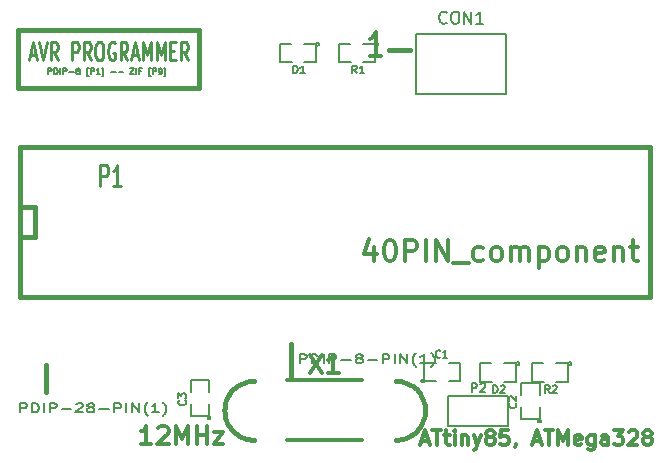
<source format=gto>
G04 (created by PCBNEW-RS274X (2012-01-18 BZR 3371)-testing) date Fri 30 Mar 2012 10:13:31 PM EDT*
G01*
G70*
G90*
%MOIN*%
G04 Gerber Fmt 3.4, Leading zero omitted, Abs format*
%FSLAX34Y34*%
G04 APERTURE LIST*
%ADD10C,0.006000*%
%ADD11C,0.007500*%
%ADD12C,0.015000*%
%ADD13C,0.012000*%
%ADD14C,0.005000*%
%ADD15C,0.010000*%
%ADD16C,0.008000*%
%ADD17C,0.012500*%
%ADD18C,0.011300*%
G04 APERTURE END LIST*
G54D10*
G54D11*
X25552Y-36811D02*
X25552Y-36511D01*
X25705Y-36511D01*
X25743Y-36526D01*
X25762Y-36540D01*
X25781Y-36569D01*
X25781Y-36611D01*
X25762Y-36640D01*
X25743Y-36654D01*
X25705Y-36669D01*
X25552Y-36669D01*
X25952Y-36811D02*
X25952Y-36511D01*
X26047Y-36511D01*
X26105Y-36526D01*
X26143Y-36554D01*
X26162Y-36583D01*
X26181Y-36640D01*
X26181Y-36683D01*
X26162Y-36740D01*
X26143Y-36769D01*
X26105Y-36797D01*
X26047Y-36811D01*
X25952Y-36811D01*
X26352Y-36811D02*
X26352Y-36511D01*
X26542Y-36811D02*
X26542Y-36511D01*
X26695Y-36511D01*
X26733Y-36526D01*
X26752Y-36540D01*
X26771Y-36569D01*
X26771Y-36611D01*
X26752Y-36640D01*
X26733Y-36654D01*
X26695Y-36669D01*
X26542Y-36669D01*
X26942Y-36697D02*
X27247Y-36697D01*
X27418Y-36540D02*
X27437Y-36526D01*
X27475Y-36511D01*
X27571Y-36511D01*
X27609Y-36526D01*
X27628Y-36540D01*
X27647Y-36569D01*
X27647Y-36597D01*
X27628Y-36640D01*
X27399Y-36811D01*
X27647Y-36811D01*
X27875Y-36640D02*
X27837Y-36626D01*
X27818Y-36611D01*
X27799Y-36583D01*
X27799Y-36569D01*
X27818Y-36540D01*
X27837Y-36526D01*
X27875Y-36511D01*
X27952Y-36511D01*
X27990Y-36526D01*
X28009Y-36540D01*
X28028Y-36569D01*
X28028Y-36583D01*
X28009Y-36611D01*
X27990Y-36626D01*
X27952Y-36640D01*
X27875Y-36640D01*
X27837Y-36654D01*
X27818Y-36669D01*
X27799Y-36697D01*
X27799Y-36754D01*
X27818Y-36783D01*
X27837Y-36797D01*
X27875Y-36811D01*
X27952Y-36811D01*
X27990Y-36797D01*
X28009Y-36783D01*
X28028Y-36754D01*
X28028Y-36697D01*
X28009Y-36669D01*
X27990Y-36654D01*
X27952Y-36640D01*
X28199Y-36697D02*
X28504Y-36697D01*
X28694Y-36811D02*
X28694Y-36511D01*
X28847Y-36511D01*
X28885Y-36526D01*
X28904Y-36540D01*
X28923Y-36569D01*
X28923Y-36611D01*
X28904Y-36640D01*
X28885Y-36654D01*
X28847Y-36669D01*
X28694Y-36669D01*
X29094Y-36811D02*
X29094Y-36511D01*
X29284Y-36811D02*
X29284Y-36511D01*
X29513Y-36811D01*
X29513Y-36511D01*
X29818Y-36926D02*
X29798Y-36911D01*
X29760Y-36869D01*
X29741Y-36840D01*
X29722Y-36797D01*
X29703Y-36726D01*
X29703Y-36669D01*
X29722Y-36597D01*
X29741Y-36554D01*
X29760Y-36526D01*
X29798Y-36483D01*
X29818Y-36469D01*
X30180Y-36811D02*
X29951Y-36811D01*
X30065Y-36811D02*
X30065Y-36511D01*
X30027Y-36554D01*
X29989Y-36583D01*
X29951Y-36597D01*
X30313Y-36926D02*
X30332Y-36911D01*
X30370Y-36869D01*
X30389Y-36840D01*
X30408Y-36797D01*
X30427Y-36726D01*
X30427Y-36669D01*
X30408Y-36597D01*
X30389Y-36554D01*
X30370Y-36526D01*
X30332Y-36483D01*
X30313Y-36469D01*
G54D12*
X26430Y-35230D02*
X26430Y-36120D01*
G54D13*
X38915Y-37760D02*
X39153Y-37760D01*
X38868Y-37902D02*
X39034Y-37402D01*
X39201Y-37902D01*
X39297Y-37402D02*
X39582Y-37402D01*
X39439Y-37902D02*
X39439Y-37402D01*
X39678Y-37569D02*
X39868Y-37569D01*
X39749Y-37402D02*
X39749Y-37831D01*
X39773Y-37879D01*
X39820Y-37902D01*
X39868Y-37902D01*
X40035Y-37902D02*
X40035Y-37569D01*
X40035Y-37402D02*
X40011Y-37426D01*
X40035Y-37450D01*
X40059Y-37426D01*
X40035Y-37402D01*
X40035Y-37450D01*
X40273Y-37569D02*
X40273Y-37902D01*
X40273Y-37617D02*
X40297Y-37593D01*
X40344Y-37569D01*
X40416Y-37569D01*
X40464Y-37593D01*
X40487Y-37640D01*
X40487Y-37902D01*
X40677Y-37569D02*
X40796Y-37902D01*
X40916Y-37569D02*
X40796Y-37902D01*
X40749Y-38021D01*
X40725Y-38045D01*
X40677Y-38069D01*
X41177Y-37617D02*
X41130Y-37593D01*
X41106Y-37569D01*
X41082Y-37521D01*
X41082Y-37498D01*
X41106Y-37450D01*
X41130Y-37426D01*
X41177Y-37402D01*
X41273Y-37402D01*
X41320Y-37426D01*
X41344Y-37450D01*
X41368Y-37498D01*
X41368Y-37521D01*
X41344Y-37569D01*
X41320Y-37593D01*
X41273Y-37617D01*
X41177Y-37617D01*
X41130Y-37640D01*
X41106Y-37664D01*
X41082Y-37712D01*
X41082Y-37807D01*
X41106Y-37855D01*
X41130Y-37879D01*
X41177Y-37902D01*
X41273Y-37902D01*
X41320Y-37879D01*
X41344Y-37855D01*
X41368Y-37807D01*
X41368Y-37712D01*
X41344Y-37664D01*
X41320Y-37640D01*
X41273Y-37617D01*
X41820Y-37402D02*
X41582Y-37402D01*
X41558Y-37640D01*
X41582Y-37617D01*
X41630Y-37593D01*
X41749Y-37593D01*
X41796Y-37617D01*
X41820Y-37640D01*
X41844Y-37688D01*
X41844Y-37807D01*
X41820Y-37855D01*
X41796Y-37879D01*
X41749Y-37902D01*
X41630Y-37902D01*
X41582Y-37879D01*
X41558Y-37855D01*
X42082Y-37879D02*
X42082Y-37902D01*
X42058Y-37950D01*
X42034Y-37974D01*
X42653Y-37760D02*
X42891Y-37760D01*
X42606Y-37902D02*
X42772Y-37402D01*
X42939Y-37902D01*
X43035Y-37402D02*
X43320Y-37402D01*
X43177Y-37902D02*
X43177Y-37402D01*
X43487Y-37902D02*
X43487Y-37402D01*
X43654Y-37760D01*
X43820Y-37402D01*
X43820Y-37902D01*
X44249Y-37879D02*
X44201Y-37902D01*
X44106Y-37902D01*
X44058Y-37879D01*
X44034Y-37831D01*
X44034Y-37640D01*
X44058Y-37593D01*
X44106Y-37569D01*
X44201Y-37569D01*
X44249Y-37593D01*
X44272Y-37640D01*
X44272Y-37688D01*
X44034Y-37736D01*
X44701Y-37569D02*
X44701Y-37974D01*
X44678Y-38021D01*
X44654Y-38045D01*
X44606Y-38069D01*
X44535Y-38069D01*
X44487Y-38045D01*
X44701Y-37879D02*
X44654Y-37902D01*
X44558Y-37902D01*
X44511Y-37879D01*
X44487Y-37855D01*
X44463Y-37807D01*
X44463Y-37664D01*
X44487Y-37617D01*
X44511Y-37593D01*
X44558Y-37569D01*
X44654Y-37569D01*
X44701Y-37593D01*
X45153Y-37902D02*
X45153Y-37640D01*
X45130Y-37593D01*
X45082Y-37569D01*
X44987Y-37569D01*
X44939Y-37593D01*
X45153Y-37879D02*
X45106Y-37902D01*
X44987Y-37902D01*
X44939Y-37879D01*
X44915Y-37831D01*
X44915Y-37783D01*
X44939Y-37736D01*
X44987Y-37712D01*
X45106Y-37712D01*
X45153Y-37688D01*
X45343Y-37402D02*
X45653Y-37402D01*
X45486Y-37593D01*
X45558Y-37593D01*
X45605Y-37617D01*
X45629Y-37640D01*
X45653Y-37688D01*
X45653Y-37807D01*
X45629Y-37855D01*
X45605Y-37879D01*
X45558Y-37902D01*
X45415Y-37902D01*
X45367Y-37879D01*
X45343Y-37855D01*
X45843Y-37450D02*
X45867Y-37426D01*
X45915Y-37402D01*
X46034Y-37402D01*
X46081Y-37426D01*
X46105Y-37450D01*
X46129Y-37498D01*
X46129Y-37545D01*
X46105Y-37617D01*
X45819Y-37902D01*
X46129Y-37902D01*
X46414Y-37617D02*
X46367Y-37593D01*
X46343Y-37569D01*
X46319Y-37521D01*
X46319Y-37498D01*
X46343Y-37450D01*
X46367Y-37426D01*
X46414Y-37402D01*
X46510Y-37402D01*
X46557Y-37426D01*
X46581Y-37450D01*
X46605Y-37498D01*
X46605Y-37521D01*
X46581Y-37569D01*
X46557Y-37593D01*
X46510Y-37617D01*
X46414Y-37617D01*
X46367Y-37640D01*
X46343Y-37664D01*
X46319Y-37712D01*
X46319Y-37807D01*
X46343Y-37855D01*
X46367Y-37879D01*
X46414Y-37902D01*
X46510Y-37902D01*
X46557Y-37879D01*
X46581Y-37855D01*
X46605Y-37807D01*
X46605Y-37712D01*
X46581Y-37664D01*
X46557Y-37640D01*
X46510Y-37617D01*
G54D12*
X37850Y-24730D02*
X38550Y-24730D01*
G54D11*
X34873Y-35171D02*
X34873Y-34871D01*
X35026Y-34871D01*
X35064Y-34886D01*
X35083Y-34900D01*
X35102Y-34929D01*
X35102Y-34971D01*
X35083Y-35000D01*
X35064Y-35014D01*
X35026Y-35029D01*
X34873Y-35029D01*
X35273Y-35171D02*
X35273Y-34871D01*
X35368Y-34871D01*
X35426Y-34886D01*
X35464Y-34914D01*
X35483Y-34943D01*
X35502Y-35000D01*
X35502Y-35043D01*
X35483Y-35100D01*
X35464Y-35129D01*
X35426Y-35157D01*
X35368Y-35171D01*
X35273Y-35171D01*
X35673Y-35171D02*
X35673Y-34871D01*
X35863Y-35171D02*
X35863Y-34871D01*
X36016Y-34871D01*
X36054Y-34886D01*
X36073Y-34900D01*
X36092Y-34929D01*
X36092Y-34971D01*
X36073Y-35000D01*
X36054Y-35014D01*
X36016Y-35029D01*
X35863Y-35029D01*
X36263Y-35057D02*
X36568Y-35057D01*
X36815Y-35000D02*
X36777Y-34986D01*
X36758Y-34971D01*
X36739Y-34943D01*
X36739Y-34929D01*
X36758Y-34900D01*
X36777Y-34886D01*
X36815Y-34871D01*
X36892Y-34871D01*
X36930Y-34886D01*
X36949Y-34900D01*
X36968Y-34929D01*
X36968Y-34943D01*
X36949Y-34971D01*
X36930Y-34986D01*
X36892Y-35000D01*
X36815Y-35000D01*
X36777Y-35014D01*
X36758Y-35029D01*
X36739Y-35057D01*
X36739Y-35114D01*
X36758Y-35143D01*
X36777Y-35157D01*
X36815Y-35171D01*
X36892Y-35171D01*
X36930Y-35157D01*
X36949Y-35143D01*
X36968Y-35114D01*
X36968Y-35057D01*
X36949Y-35029D01*
X36930Y-35014D01*
X36892Y-35000D01*
X37139Y-35057D02*
X37444Y-35057D01*
X37634Y-35171D02*
X37634Y-34871D01*
X37787Y-34871D01*
X37825Y-34886D01*
X37844Y-34900D01*
X37863Y-34929D01*
X37863Y-34971D01*
X37844Y-35000D01*
X37825Y-35014D01*
X37787Y-35029D01*
X37634Y-35029D01*
X38034Y-35171D02*
X38034Y-34871D01*
X38224Y-35171D02*
X38224Y-34871D01*
X38453Y-35171D01*
X38453Y-34871D01*
X38758Y-35286D02*
X38738Y-35271D01*
X38700Y-35229D01*
X38681Y-35200D01*
X38662Y-35157D01*
X38643Y-35086D01*
X38643Y-35029D01*
X38662Y-34957D01*
X38681Y-34914D01*
X38700Y-34886D01*
X38738Y-34843D01*
X38758Y-34829D01*
X39120Y-35171D02*
X38891Y-35171D01*
X39005Y-35171D02*
X39005Y-34871D01*
X38967Y-34914D01*
X38929Y-34943D01*
X38891Y-34957D01*
X39253Y-35286D02*
X39272Y-35271D01*
X39310Y-35229D01*
X39329Y-35200D01*
X39348Y-35157D01*
X39367Y-35086D01*
X39367Y-35029D01*
X39348Y-34957D01*
X39329Y-34914D01*
X39310Y-34886D01*
X39272Y-34843D01*
X39253Y-34829D01*
G54D12*
X34580Y-34540D02*
X34580Y-35650D01*
X25490Y-25990D02*
X25490Y-24080D01*
X31510Y-25990D02*
X25490Y-25990D01*
X31510Y-24080D02*
X31510Y-25990D01*
X25510Y-24080D02*
X31510Y-24080D01*
G54D14*
X26496Y-25541D02*
X26496Y-25341D01*
X26572Y-25341D01*
X26591Y-25350D01*
X26600Y-25360D01*
X26610Y-25379D01*
X26610Y-25408D01*
X26600Y-25427D01*
X26591Y-25436D01*
X26572Y-25446D01*
X26496Y-25446D01*
X26696Y-25541D02*
X26696Y-25341D01*
X26743Y-25341D01*
X26772Y-25350D01*
X26791Y-25370D01*
X26800Y-25389D01*
X26810Y-25427D01*
X26810Y-25455D01*
X26800Y-25493D01*
X26791Y-25512D01*
X26772Y-25531D01*
X26743Y-25541D01*
X26696Y-25541D01*
X26896Y-25541D02*
X26896Y-25341D01*
X26991Y-25541D02*
X26991Y-25341D01*
X27067Y-25341D01*
X27086Y-25350D01*
X27095Y-25360D01*
X27105Y-25379D01*
X27105Y-25408D01*
X27095Y-25427D01*
X27086Y-25436D01*
X27067Y-25446D01*
X26991Y-25446D01*
X27191Y-25465D02*
X27343Y-25465D01*
X27467Y-25427D02*
X27448Y-25417D01*
X27439Y-25408D01*
X27429Y-25389D01*
X27429Y-25379D01*
X27439Y-25360D01*
X27448Y-25350D01*
X27467Y-25341D01*
X27505Y-25341D01*
X27524Y-25350D01*
X27534Y-25360D01*
X27543Y-25379D01*
X27543Y-25389D01*
X27534Y-25408D01*
X27524Y-25417D01*
X27505Y-25427D01*
X27467Y-25427D01*
X27448Y-25436D01*
X27439Y-25446D01*
X27429Y-25465D01*
X27429Y-25503D01*
X27439Y-25522D01*
X27448Y-25531D01*
X27467Y-25541D01*
X27505Y-25541D01*
X27524Y-25531D01*
X27534Y-25522D01*
X27543Y-25503D01*
X27543Y-25465D01*
X27534Y-25446D01*
X27524Y-25436D01*
X27505Y-25427D01*
X27838Y-25608D02*
X27790Y-25608D01*
X27790Y-25322D01*
X27838Y-25322D01*
X27914Y-25541D02*
X27914Y-25341D01*
X27990Y-25341D01*
X28009Y-25350D01*
X28018Y-25360D01*
X28028Y-25379D01*
X28028Y-25408D01*
X28018Y-25427D01*
X28009Y-25436D01*
X27990Y-25446D01*
X27914Y-25446D01*
X28218Y-25541D02*
X28104Y-25541D01*
X28161Y-25541D02*
X28161Y-25341D01*
X28142Y-25370D01*
X28123Y-25389D01*
X28104Y-25398D01*
X28285Y-25608D02*
X28332Y-25608D01*
X28332Y-25322D01*
X28285Y-25322D01*
X28589Y-25465D02*
X28741Y-25465D01*
X28837Y-25465D02*
X28989Y-25465D01*
X29218Y-25341D02*
X29351Y-25341D01*
X29218Y-25541D01*
X29351Y-25541D01*
X29427Y-25541D02*
X29427Y-25341D01*
X29588Y-25436D02*
X29522Y-25436D01*
X29522Y-25541D02*
X29522Y-25341D01*
X29617Y-25341D01*
X29902Y-25608D02*
X29854Y-25608D01*
X29854Y-25322D01*
X29902Y-25322D01*
X29978Y-25541D02*
X29978Y-25341D01*
X30054Y-25341D01*
X30073Y-25350D01*
X30082Y-25360D01*
X30092Y-25379D01*
X30092Y-25408D01*
X30082Y-25427D01*
X30073Y-25436D01*
X30054Y-25446D01*
X29978Y-25446D01*
X30187Y-25541D02*
X30225Y-25541D01*
X30244Y-25531D01*
X30254Y-25522D01*
X30273Y-25493D01*
X30282Y-25455D01*
X30282Y-25379D01*
X30273Y-25360D01*
X30263Y-25350D01*
X30244Y-25341D01*
X30206Y-25341D01*
X30187Y-25350D01*
X30178Y-25360D01*
X30168Y-25379D01*
X30168Y-25427D01*
X30178Y-25446D01*
X30187Y-25455D01*
X30206Y-25465D01*
X30244Y-25465D01*
X30263Y-25455D01*
X30273Y-25446D01*
X30282Y-25427D01*
X30349Y-25608D02*
X30396Y-25608D01*
X30396Y-25322D01*
X30349Y-25322D01*
G54D15*
X25872Y-24901D02*
X26063Y-24901D01*
X25834Y-25073D02*
X25967Y-24473D01*
X26101Y-25073D01*
X26177Y-24473D02*
X26310Y-25073D01*
X26444Y-24473D01*
X26806Y-25073D02*
X26672Y-24787D01*
X26577Y-25073D02*
X26577Y-24473D01*
X26730Y-24473D01*
X26768Y-24501D01*
X26787Y-24530D01*
X26806Y-24587D01*
X26806Y-24673D01*
X26787Y-24730D01*
X26768Y-24759D01*
X26730Y-24787D01*
X26577Y-24787D01*
X27282Y-25073D02*
X27282Y-24473D01*
X27435Y-24473D01*
X27473Y-24501D01*
X27492Y-24530D01*
X27511Y-24587D01*
X27511Y-24673D01*
X27492Y-24730D01*
X27473Y-24759D01*
X27435Y-24787D01*
X27282Y-24787D01*
X27911Y-25073D02*
X27777Y-24787D01*
X27682Y-25073D02*
X27682Y-24473D01*
X27835Y-24473D01*
X27873Y-24501D01*
X27892Y-24530D01*
X27911Y-24587D01*
X27911Y-24673D01*
X27892Y-24730D01*
X27873Y-24759D01*
X27835Y-24787D01*
X27682Y-24787D01*
X28158Y-24473D02*
X28235Y-24473D01*
X28273Y-24501D01*
X28311Y-24559D01*
X28330Y-24673D01*
X28330Y-24873D01*
X28311Y-24987D01*
X28273Y-25044D01*
X28235Y-25073D01*
X28158Y-25073D01*
X28120Y-25044D01*
X28082Y-24987D01*
X28063Y-24873D01*
X28063Y-24673D01*
X28082Y-24559D01*
X28120Y-24501D01*
X28158Y-24473D01*
X28711Y-24501D02*
X28673Y-24473D01*
X28616Y-24473D01*
X28558Y-24501D01*
X28520Y-24559D01*
X28501Y-24616D01*
X28482Y-24730D01*
X28482Y-24816D01*
X28501Y-24930D01*
X28520Y-24987D01*
X28558Y-25044D01*
X28616Y-25073D01*
X28654Y-25073D01*
X28711Y-25044D01*
X28730Y-25016D01*
X28730Y-24816D01*
X28654Y-24816D01*
X29130Y-25073D02*
X28996Y-24787D01*
X28901Y-25073D02*
X28901Y-24473D01*
X29054Y-24473D01*
X29092Y-24501D01*
X29111Y-24530D01*
X29130Y-24587D01*
X29130Y-24673D01*
X29111Y-24730D01*
X29092Y-24759D01*
X29054Y-24787D01*
X28901Y-24787D01*
X29282Y-24901D02*
X29473Y-24901D01*
X29244Y-25073D02*
X29377Y-24473D01*
X29511Y-25073D01*
X29644Y-25073D02*
X29644Y-24473D01*
X29778Y-24901D01*
X29911Y-24473D01*
X29911Y-25073D01*
X30101Y-25073D02*
X30101Y-24473D01*
X30235Y-24901D01*
X30368Y-24473D01*
X30368Y-25073D01*
X30558Y-24759D02*
X30692Y-24759D01*
X30749Y-25073D02*
X30558Y-25073D01*
X30558Y-24473D01*
X30749Y-24473D01*
X31149Y-25073D02*
X31015Y-24787D01*
X30920Y-25073D02*
X30920Y-24473D01*
X31073Y-24473D01*
X31111Y-24501D01*
X31130Y-24530D01*
X31149Y-24587D01*
X31149Y-24673D01*
X31130Y-24730D01*
X31111Y-24759D01*
X31073Y-24787D01*
X30920Y-24787D01*
G54D13*
X37572Y-24924D02*
X37229Y-24924D01*
X37401Y-24924D02*
X37401Y-24124D01*
X37344Y-24238D01*
X37286Y-24314D01*
X37229Y-24352D01*
G54D14*
X39060Y-35770D02*
X39430Y-35770D01*
X39030Y-35150D02*
X39430Y-35150D01*
X40230Y-35770D02*
X39850Y-35770D01*
X40230Y-35150D02*
X39840Y-35150D01*
X39030Y-35760D02*
X39029Y-35769D01*
X39026Y-35779D01*
X39021Y-35787D01*
X39015Y-35795D01*
X39007Y-35801D01*
X38999Y-35806D01*
X38990Y-35808D01*
X38980Y-35809D01*
X38971Y-35809D01*
X38962Y-35806D01*
X38953Y-35801D01*
X38946Y-35795D01*
X38939Y-35788D01*
X38935Y-35779D01*
X38932Y-35770D01*
X38931Y-35760D01*
X38931Y-35751D01*
X38934Y-35742D01*
X38938Y-35733D01*
X38945Y-35726D01*
X38952Y-35719D01*
X38960Y-35715D01*
X38970Y-35712D01*
X38979Y-35711D01*
X38988Y-35711D01*
X38998Y-35714D01*
X39006Y-35718D01*
X39014Y-35724D01*
X39020Y-35732D01*
X39025Y-35740D01*
X39028Y-35749D01*
X39029Y-35759D01*
X39030Y-35760D01*
X39030Y-35760D02*
X39030Y-35160D01*
X40230Y-35160D02*
X40230Y-35760D01*
X42870Y-37010D02*
X42870Y-36640D01*
X42250Y-37040D02*
X42250Y-36640D01*
X42870Y-35840D02*
X42870Y-36220D01*
X42250Y-35840D02*
X42250Y-36230D01*
X42910Y-37090D02*
X42909Y-37099D01*
X42906Y-37109D01*
X42901Y-37117D01*
X42895Y-37125D01*
X42887Y-37131D01*
X42879Y-37136D01*
X42870Y-37138D01*
X42860Y-37139D01*
X42851Y-37139D01*
X42842Y-37136D01*
X42833Y-37131D01*
X42826Y-37125D01*
X42819Y-37118D01*
X42815Y-37109D01*
X42812Y-37100D01*
X42811Y-37090D01*
X42811Y-37081D01*
X42814Y-37072D01*
X42818Y-37063D01*
X42825Y-37056D01*
X42832Y-37049D01*
X42840Y-37045D01*
X42850Y-37042D01*
X42859Y-37041D01*
X42868Y-37041D01*
X42878Y-37044D01*
X42886Y-37048D01*
X42894Y-37054D01*
X42900Y-37062D01*
X42905Y-37070D01*
X42908Y-37079D01*
X42909Y-37089D01*
X42910Y-37090D01*
X42860Y-37040D02*
X42260Y-37040D01*
X42260Y-35840D02*
X42860Y-35840D01*
X31860Y-36910D02*
X31860Y-36540D01*
X31240Y-36940D02*
X31240Y-36540D01*
X31860Y-35740D02*
X31860Y-36120D01*
X31240Y-35740D02*
X31240Y-36130D01*
X31900Y-36990D02*
X31899Y-36999D01*
X31896Y-37009D01*
X31891Y-37017D01*
X31885Y-37025D01*
X31877Y-37031D01*
X31869Y-37036D01*
X31860Y-37038D01*
X31850Y-37039D01*
X31841Y-37039D01*
X31832Y-37036D01*
X31823Y-37031D01*
X31816Y-37025D01*
X31809Y-37018D01*
X31805Y-37009D01*
X31802Y-37000D01*
X31801Y-36990D01*
X31801Y-36981D01*
X31804Y-36972D01*
X31808Y-36963D01*
X31815Y-36956D01*
X31822Y-36949D01*
X31830Y-36945D01*
X31840Y-36942D01*
X31849Y-36941D01*
X31858Y-36941D01*
X31868Y-36944D01*
X31876Y-36948D01*
X31884Y-36954D01*
X31890Y-36962D01*
X31895Y-36970D01*
X31898Y-36979D01*
X31899Y-36989D01*
X31900Y-36990D01*
X31850Y-36940D02*
X31250Y-36940D01*
X31250Y-35740D02*
X31850Y-35740D01*
X35384Y-24522D02*
X35014Y-24522D01*
X35414Y-25142D02*
X35014Y-25142D01*
X34214Y-24522D02*
X34594Y-24522D01*
X34214Y-25142D02*
X34604Y-25142D01*
X35514Y-24532D02*
X35513Y-24541D01*
X35510Y-24551D01*
X35505Y-24559D01*
X35499Y-24567D01*
X35491Y-24573D01*
X35483Y-24578D01*
X35474Y-24580D01*
X35464Y-24581D01*
X35455Y-24581D01*
X35446Y-24578D01*
X35437Y-24573D01*
X35430Y-24567D01*
X35423Y-24560D01*
X35419Y-24551D01*
X35416Y-24542D01*
X35415Y-24532D01*
X35415Y-24523D01*
X35418Y-24514D01*
X35422Y-24505D01*
X35429Y-24498D01*
X35436Y-24491D01*
X35444Y-24487D01*
X35454Y-24484D01*
X35463Y-24483D01*
X35472Y-24483D01*
X35482Y-24486D01*
X35490Y-24490D01*
X35498Y-24496D01*
X35504Y-24504D01*
X35509Y-24512D01*
X35512Y-24521D01*
X35513Y-24531D01*
X35514Y-24532D01*
X35414Y-24532D02*
X35414Y-25132D01*
X34214Y-25132D02*
X34214Y-24532D01*
X42054Y-35176D02*
X41684Y-35176D01*
X42084Y-35796D02*
X41684Y-35796D01*
X40884Y-35176D02*
X41264Y-35176D01*
X40884Y-35796D02*
X41274Y-35796D01*
X42184Y-35186D02*
X42183Y-35195D01*
X42180Y-35205D01*
X42175Y-35213D01*
X42169Y-35221D01*
X42161Y-35227D01*
X42153Y-35232D01*
X42144Y-35234D01*
X42134Y-35235D01*
X42125Y-35235D01*
X42116Y-35232D01*
X42107Y-35227D01*
X42100Y-35221D01*
X42093Y-35214D01*
X42089Y-35205D01*
X42086Y-35196D01*
X42085Y-35186D01*
X42085Y-35177D01*
X42088Y-35168D01*
X42092Y-35159D01*
X42099Y-35152D01*
X42106Y-35145D01*
X42114Y-35141D01*
X42124Y-35138D01*
X42133Y-35137D01*
X42142Y-35137D01*
X42152Y-35140D01*
X42160Y-35144D01*
X42168Y-35150D01*
X42174Y-35158D01*
X42179Y-35166D01*
X42182Y-35175D01*
X42183Y-35185D01*
X42184Y-35186D01*
X42084Y-35186D02*
X42084Y-35786D01*
X40884Y-35786D02*
X40884Y-35186D01*
X37353Y-24522D02*
X36983Y-24522D01*
X37383Y-25142D02*
X36983Y-25142D01*
X36183Y-24522D02*
X36563Y-24522D01*
X36183Y-25142D02*
X36573Y-25142D01*
X37483Y-24532D02*
X37482Y-24541D01*
X37479Y-24551D01*
X37474Y-24559D01*
X37468Y-24567D01*
X37460Y-24573D01*
X37452Y-24578D01*
X37443Y-24580D01*
X37433Y-24581D01*
X37424Y-24581D01*
X37415Y-24578D01*
X37406Y-24573D01*
X37399Y-24567D01*
X37392Y-24560D01*
X37388Y-24551D01*
X37385Y-24542D01*
X37384Y-24532D01*
X37384Y-24523D01*
X37387Y-24514D01*
X37391Y-24505D01*
X37398Y-24498D01*
X37405Y-24491D01*
X37413Y-24487D01*
X37423Y-24484D01*
X37432Y-24483D01*
X37441Y-24483D01*
X37451Y-24486D01*
X37459Y-24490D01*
X37467Y-24496D01*
X37473Y-24504D01*
X37478Y-24512D01*
X37481Y-24521D01*
X37482Y-24531D01*
X37483Y-24532D01*
X37383Y-24532D02*
X37383Y-25132D01*
X36183Y-25132D02*
X36183Y-24532D01*
X43787Y-35176D02*
X43417Y-35176D01*
X43817Y-35796D02*
X43417Y-35796D01*
X42617Y-35176D02*
X42997Y-35176D01*
X42617Y-35796D02*
X43007Y-35796D01*
X43917Y-35186D02*
X43916Y-35195D01*
X43913Y-35205D01*
X43908Y-35213D01*
X43902Y-35221D01*
X43894Y-35227D01*
X43886Y-35232D01*
X43877Y-35234D01*
X43867Y-35235D01*
X43858Y-35235D01*
X43849Y-35232D01*
X43840Y-35227D01*
X43833Y-35221D01*
X43826Y-35214D01*
X43822Y-35205D01*
X43819Y-35196D01*
X43818Y-35186D01*
X43818Y-35177D01*
X43821Y-35168D01*
X43825Y-35159D01*
X43832Y-35152D01*
X43839Y-35145D01*
X43847Y-35141D01*
X43857Y-35138D01*
X43866Y-35137D01*
X43875Y-35137D01*
X43885Y-35140D01*
X43893Y-35144D01*
X43901Y-35150D01*
X43907Y-35158D01*
X43912Y-35166D01*
X43915Y-35175D01*
X43916Y-35185D01*
X43917Y-35186D01*
X43817Y-35186D02*
X43817Y-35786D01*
X42617Y-35786D02*
X42617Y-35186D01*
G54D16*
X41760Y-26190D02*
X38760Y-26190D01*
X38760Y-24190D02*
X41760Y-24190D01*
X41760Y-24190D02*
X41760Y-26190D01*
X38760Y-26190D02*
X38760Y-24190D01*
G54D10*
X39827Y-37272D02*
X39827Y-36272D01*
X39827Y-36272D02*
X41827Y-36272D01*
X41827Y-36272D02*
X41827Y-37272D01*
X41827Y-37272D02*
X39827Y-37272D01*
G54D12*
X33348Y-35756D02*
X33263Y-35760D01*
X33178Y-35771D01*
X33094Y-35790D01*
X33012Y-35816D01*
X32933Y-35849D01*
X32857Y-35888D01*
X32784Y-35934D01*
X32716Y-35987D01*
X32653Y-36045D01*
X32595Y-36108D01*
X32542Y-36176D01*
X32496Y-36249D01*
X32457Y-36325D01*
X32424Y-36404D01*
X32398Y-36486D01*
X32379Y-36570D01*
X32368Y-36655D01*
X32364Y-36740D01*
X32364Y-36740D02*
X32368Y-36825D01*
X32379Y-36910D01*
X32398Y-36994D01*
X32424Y-37076D01*
X32457Y-37155D01*
X32496Y-37231D01*
X32542Y-37304D01*
X32595Y-37372D01*
X32653Y-37435D01*
X32716Y-37493D01*
X32784Y-37546D01*
X32857Y-37592D01*
X32933Y-37631D01*
X33012Y-37664D01*
X33094Y-37690D01*
X33178Y-37709D01*
X33263Y-37720D01*
X33348Y-37724D01*
X38072Y-37724D02*
X38157Y-37720D01*
X38242Y-37709D01*
X38326Y-37690D01*
X38408Y-37664D01*
X38487Y-37631D01*
X38564Y-37592D01*
X38636Y-37546D01*
X38704Y-37493D01*
X38767Y-37435D01*
X38825Y-37372D01*
X38878Y-37304D01*
X38924Y-37231D01*
X38963Y-37155D01*
X38996Y-37076D01*
X39022Y-36994D01*
X39041Y-36910D01*
X39052Y-36825D01*
X39056Y-36740D01*
X39056Y-36740D02*
X39052Y-36655D01*
X39041Y-36570D01*
X39022Y-36486D01*
X38996Y-36404D01*
X38963Y-36325D01*
X38924Y-36249D01*
X38878Y-36176D01*
X38825Y-36108D01*
X38767Y-36045D01*
X38704Y-35987D01*
X38636Y-35934D01*
X38564Y-35888D01*
X38487Y-35849D01*
X38408Y-35816D01*
X38326Y-35790D01*
X38242Y-35771D01*
X38157Y-35760D01*
X38072Y-35756D01*
G54D17*
X34460Y-37740D02*
X36960Y-37740D01*
X34460Y-35740D02*
X36960Y-35740D01*
G54D12*
X25563Y-29972D02*
X26063Y-29972D01*
X26063Y-29972D02*
X26063Y-30972D01*
X26063Y-30972D02*
X25563Y-30972D01*
X25563Y-27972D02*
X46563Y-27972D01*
X46563Y-27972D02*
X46563Y-32972D01*
X46563Y-32972D02*
X25563Y-32972D01*
X25563Y-32972D02*
X25563Y-27972D01*
G54D14*
X39558Y-34967D02*
X39546Y-34979D01*
X39511Y-34991D01*
X39487Y-34991D01*
X39451Y-34979D01*
X39427Y-34955D01*
X39416Y-34932D01*
X39404Y-34884D01*
X39404Y-34848D01*
X39416Y-34801D01*
X39427Y-34777D01*
X39451Y-34753D01*
X39487Y-34741D01*
X39511Y-34741D01*
X39546Y-34753D01*
X39558Y-34765D01*
X39796Y-34991D02*
X39654Y-34991D01*
X39725Y-34991D02*
X39725Y-34741D01*
X39701Y-34777D01*
X39677Y-34801D01*
X39654Y-34813D01*
X42067Y-36512D02*
X42079Y-36524D01*
X42091Y-36559D01*
X42091Y-36583D01*
X42079Y-36619D01*
X42055Y-36643D01*
X42032Y-36654D01*
X41984Y-36666D01*
X41948Y-36666D01*
X41901Y-36654D01*
X41877Y-36643D01*
X41853Y-36619D01*
X41841Y-36583D01*
X41841Y-36559D01*
X41853Y-36524D01*
X41865Y-36512D01*
X41865Y-36416D02*
X41853Y-36404D01*
X41841Y-36381D01*
X41841Y-36321D01*
X41853Y-36297D01*
X41865Y-36285D01*
X41889Y-36274D01*
X41913Y-36274D01*
X41948Y-36285D01*
X42091Y-36428D01*
X42091Y-36274D01*
X31057Y-36412D02*
X31069Y-36424D01*
X31081Y-36459D01*
X31081Y-36483D01*
X31069Y-36519D01*
X31045Y-36543D01*
X31022Y-36554D01*
X30974Y-36566D01*
X30938Y-36566D01*
X30891Y-36554D01*
X30867Y-36543D01*
X30843Y-36519D01*
X30831Y-36483D01*
X30831Y-36459D01*
X30843Y-36424D01*
X30855Y-36412D01*
X30831Y-36328D02*
X30831Y-36174D01*
X30926Y-36257D01*
X30926Y-36221D01*
X30938Y-36197D01*
X30950Y-36185D01*
X30974Y-36174D01*
X31034Y-36174D01*
X31057Y-36185D01*
X31069Y-36197D01*
X31081Y-36221D01*
X31081Y-36293D01*
X31069Y-36316D01*
X31057Y-36328D01*
X34660Y-25503D02*
X34660Y-25253D01*
X34719Y-25253D01*
X34755Y-25265D01*
X34779Y-25289D01*
X34790Y-25313D01*
X34802Y-25360D01*
X34802Y-25396D01*
X34790Y-25444D01*
X34779Y-25467D01*
X34755Y-25491D01*
X34719Y-25503D01*
X34660Y-25503D01*
X35040Y-25503D02*
X34898Y-25503D01*
X34969Y-25503D02*
X34969Y-25253D01*
X34945Y-25289D01*
X34921Y-25313D01*
X34898Y-25325D01*
X41330Y-36157D02*
X41330Y-35907D01*
X41389Y-35907D01*
X41425Y-35919D01*
X41449Y-35943D01*
X41460Y-35967D01*
X41472Y-36014D01*
X41472Y-36050D01*
X41460Y-36098D01*
X41449Y-36121D01*
X41425Y-36145D01*
X41389Y-36157D01*
X41330Y-36157D01*
X41568Y-35931D02*
X41580Y-35919D01*
X41603Y-35907D01*
X41663Y-35907D01*
X41687Y-35919D01*
X41699Y-35931D01*
X41710Y-35955D01*
X41710Y-35979D01*
X41699Y-36014D01*
X41556Y-36157D01*
X41710Y-36157D01*
X36771Y-25503D02*
X36688Y-25384D01*
X36629Y-25503D02*
X36629Y-25253D01*
X36724Y-25253D01*
X36748Y-25265D01*
X36759Y-25277D01*
X36771Y-25301D01*
X36771Y-25337D01*
X36759Y-25360D01*
X36748Y-25372D01*
X36724Y-25384D01*
X36629Y-25384D01*
X37009Y-25503D02*
X36867Y-25503D01*
X36938Y-25503D02*
X36938Y-25253D01*
X36914Y-25289D01*
X36890Y-25313D01*
X36867Y-25325D01*
X43205Y-36157D02*
X43122Y-36038D01*
X43063Y-36157D02*
X43063Y-35907D01*
X43158Y-35907D01*
X43182Y-35919D01*
X43193Y-35931D01*
X43205Y-35955D01*
X43205Y-35991D01*
X43193Y-36014D01*
X43182Y-36026D01*
X43158Y-36038D01*
X43063Y-36038D01*
X43301Y-35931D02*
X43313Y-35919D01*
X43336Y-35907D01*
X43396Y-35907D01*
X43420Y-35919D01*
X43432Y-35931D01*
X43443Y-35955D01*
X43443Y-35979D01*
X43432Y-36014D01*
X43289Y-36157D01*
X43443Y-36157D01*
G54D16*
X39775Y-23814D02*
X39756Y-23833D01*
X39699Y-23852D01*
X39661Y-23852D01*
X39603Y-23833D01*
X39565Y-23795D01*
X39546Y-23757D01*
X39527Y-23680D01*
X39527Y-23623D01*
X39546Y-23547D01*
X39565Y-23509D01*
X39603Y-23471D01*
X39661Y-23452D01*
X39699Y-23452D01*
X39756Y-23471D01*
X39775Y-23490D01*
X40022Y-23452D02*
X40099Y-23452D01*
X40137Y-23471D01*
X40175Y-23509D01*
X40194Y-23585D01*
X40194Y-23719D01*
X40175Y-23795D01*
X40137Y-23833D01*
X40099Y-23852D01*
X40022Y-23852D01*
X39984Y-23833D01*
X39946Y-23795D01*
X39927Y-23719D01*
X39927Y-23585D01*
X39946Y-23509D01*
X39984Y-23471D01*
X40022Y-23452D01*
X40365Y-23852D02*
X40365Y-23452D01*
X40594Y-23852D01*
X40594Y-23452D01*
X40994Y-23852D02*
X40765Y-23852D01*
X40879Y-23852D02*
X40879Y-23452D01*
X40841Y-23509D01*
X40803Y-23547D01*
X40765Y-23566D01*
G54D10*
X40605Y-36143D02*
X40605Y-35843D01*
X40720Y-35843D01*
X40748Y-35858D01*
X40763Y-35872D01*
X40777Y-35901D01*
X40777Y-35943D01*
X40763Y-35972D01*
X40748Y-35986D01*
X40720Y-36001D01*
X40605Y-36001D01*
X40891Y-35872D02*
X40905Y-35858D01*
X40934Y-35843D01*
X41005Y-35843D01*
X41034Y-35858D01*
X41048Y-35872D01*
X41063Y-35901D01*
X41063Y-35929D01*
X41048Y-35972D01*
X40877Y-36143D01*
X41063Y-36143D01*
G54D13*
X35225Y-34883D02*
X35625Y-35483D01*
X35625Y-34883D02*
X35225Y-35483D01*
X36167Y-35483D02*
X35824Y-35483D01*
X35996Y-35483D02*
X35996Y-34883D01*
X35939Y-34969D01*
X35881Y-35026D01*
X35824Y-35054D01*
X29932Y-37873D02*
X29589Y-37873D01*
X29761Y-37873D02*
X29761Y-37273D01*
X29704Y-37359D01*
X29646Y-37416D01*
X29589Y-37444D01*
X30160Y-37330D02*
X30189Y-37301D01*
X30246Y-37273D01*
X30389Y-37273D01*
X30446Y-37301D01*
X30475Y-37330D01*
X30503Y-37387D01*
X30503Y-37444D01*
X30475Y-37530D01*
X30132Y-37873D01*
X30503Y-37873D01*
X30760Y-37873D02*
X30760Y-37273D01*
X30960Y-37701D01*
X31160Y-37273D01*
X31160Y-37873D01*
X31446Y-37873D02*
X31446Y-37273D01*
X31446Y-37559D02*
X31789Y-37559D01*
X31789Y-37873D02*
X31789Y-37273D01*
X32018Y-37473D02*
X32332Y-37473D01*
X32018Y-37873D01*
X32332Y-37873D01*
G54D18*
X28231Y-29255D02*
X28231Y-28555D01*
X28403Y-28555D01*
X28445Y-28589D01*
X28467Y-28622D01*
X28488Y-28689D01*
X28488Y-28789D01*
X28467Y-28855D01*
X28445Y-28889D01*
X28403Y-28922D01*
X28231Y-28922D01*
X28917Y-29255D02*
X28660Y-29255D01*
X28788Y-29255D02*
X28788Y-28555D01*
X28745Y-28655D01*
X28703Y-28722D01*
X28660Y-28755D01*
G54D13*
X37365Y-31289D02*
X37365Y-31755D01*
X37198Y-31022D02*
X37031Y-31522D01*
X37465Y-31522D01*
X37865Y-31055D02*
X37932Y-31055D01*
X37998Y-31089D01*
X38032Y-31122D01*
X38065Y-31189D01*
X38098Y-31322D01*
X38098Y-31489D01*
X38065Y-31622D01*
X38032Y-31689D01*
X37998Y-31722D01*
X37932Y-31755D01*
X37865Y-31755D01*
X37798Y-31722D01*
X37765Y-31689D01*
X37732Y-31622D01*
X37698Y-31489D01*
X37698Y-31322D01*
X37732Y-31189D01*
X37765Y-31122D01*
X37798Y-31089D01*
X37865Y-31055D01*
X38399Y-31755D02*
X38399Y-31055D01*
X38665Y-31055D01*
X38732Y-31089D01*
X38765Y-31122D01*
X38799Y-31189D01*
X38799Y-31289D01*
X38765Y-31355D01*
X38732Y-31389D01*
X38665Y-31422D01*
X38399Y-31422D01*
X39099Y-31755D02*
X39099Y-31055D01*
X39432Y-31755D02*
X39432Y-31055D01*
X39832Y-31755D01*
X39832Y-31055D01*
X39998Y-31822D02*
X40531Y-31822D01*
X40998Y-31722D02*
X40931Y-31755D01*
X40798Y-31755D01*
X40731Y-31722D01*
X40698Y-31689D01*
X40664Y-31622D01*
X40664Y-31422D01*
X40698Y-31355D01*
X40731Y-31322D01*
X40798Y-31289D01*
X40931Y-31289D01*
X40998Y-31322D01*
X41398Y-31755D02*
X41331Y-31722D01*
X41298Y-31689D01*
X41264Y-31622D01*
X41264Y-31422D01*
X41298Y-31355D01*
X41331Y-31322D01*
X41398Y-31289D01*
X41498Y-31289D01*
X41564Y-31322D01*
X41598Y-31355D01*
X41631Y-31422D01*
X41631Y-31622D01*
X41598Y-31689D01*
X41564Y-31722D01*
X41498Y-31755D01*
X41398Y-31755D01*
X41931Y-31755D02*
X41931Y-31289D01*
X41931Y-31355D02*
X41964Y-31322D01*
X42031Y-31289D01*
X42131Y-31289D01*
X42197Y-31322D01*
X42231Y-31389D01*
X42231Y-31755D01*
X42231Y-31389D02*
X42264Y-31322D01*
X42331Y-31289D01*
X42431Y-31289D01*
X42497Y-31322D01*
X42531Y-31389D01*
X42531Y-31755D01*
X42864Y-31289D02*
X42864Y-31989D01*
X42864Y-31322D02*
X42930Y-31289D01*
X43064Y-31289D01*
X43130Y-31322D01*
X43164Y-31355D01*
X43197Y-31422D01*
X43197Y-31622D01*
X43164Y-31689D01*
X43130Y-31722D01*
X43064Y-31755D01*
X42930Y-31755D01*
X42864Y-31722D01*
X43597Y-31755D02*
X43530Y-31722D01*
X43497Y-31689D01*
X43463Y-31622D01*
X43463Y-31422D01*
X43497Y-31355D01*
X43530Y-31322D01*
X43597Y-31289D01*
X43697Y-31289D01*
X43763Y-31322D01*
X43797Y-31355D01*
X43830Y-31422D01*
X43830Y-31622D01*
X43797Y-31689D01*
X43763Y-31722D01*
X43697Y-31755D01*
X43597Y-31755D01*
X44130Y-31289D02*
X44130Y-31755D01*
X44130Y-31355D02*
X44163Y-31322D01*
X44230Y-31289D01*
X44330Y-31289D01*
X44396Y-31322D01*
X44430Y-31389D01*
X44430Y-31755D01*
X45029Y-31722D02*
X44963Y-31755D01*
X44829Y-31755D01*
X44763Y-31722D01*
X44729Y-31655D01*
X44729Y-31389D01*
X44763Y-31322D01*
X44829Y-31289D01*
X44963Y-31289D01*
X45029Y-31322D01*
X45063Y-31389D01*
X45063Y-31455D01*
X44729Y-31522D01*
X45363Y-31289D02*
X45363Y-31755D01*
X45363Y-31355D02*
X45396Y-31322D01*
X45463Y-31289D01*
X45563Y-31289D01*
X45629Y-31322D01*
X45663Y-31389D01*
X45663Y-31755D01*
X45896Y-31289D02*
X46162Y-31289D01*
X45996Y-31055D02*
X45996Y-31655D01*
X46029Y-31722D01*
X46096Y-31755D01*
X46162Y-31755D01*
M02*

</source>
